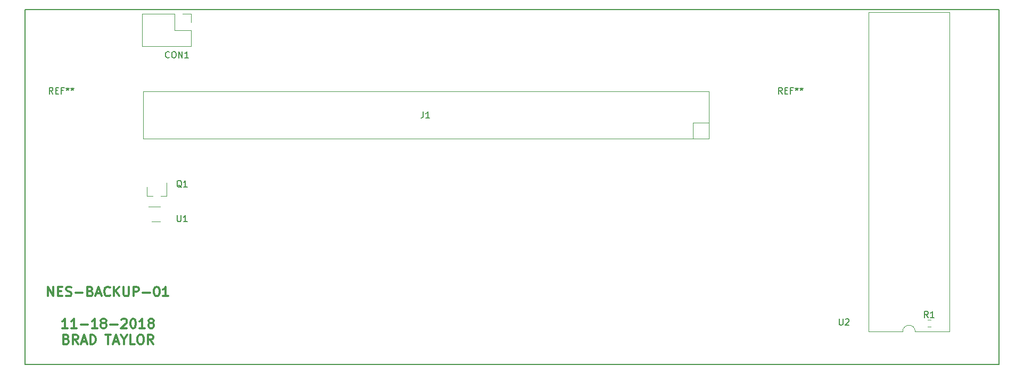
<source format=gbr>
G04 #@! TF.FileFunction,Legend,Top*
%FSLAX46Y46*%
G04 Gerber Fmt 4.6, Leading zero omitted, Abs format (unit mm)*
G04 Created by KiCad (PCBNEW 4.0.4-stable) date 11/18/18 17:44:53*
%MOMM*%
%LPD*%
G01*
G04 APERTURE LIST*
%ADD10C,0.100000*%
%ADD11C,0.300000*%
%ADD12C,0.150000*%
%ADD13C,0.120000*%
G04 APERTURE END LIST*
D10*
D11*
X73894286Y-115483571D02*
X73894286Y-113983571D01*
X74751429Y-115483571D01*
X74751429Y-113983571D01*
X75465715Y-114697857D02*
X75965715Y-114697857D01*
X76180001Y-115483571D02*
X75465715Y-115483571D01*
X75465715Y-113983571D01*
X76180001Y-113983571D01*
X76751429Y-115412143D02*
X76965715Y-115483571D01*
X77322858Y-115483571D01*
X77465715Y-115412143D01*
X77537144Y-115340714D01*
X77608572Y-115197857D01*
X77608572Y-115055000D01*
X77537144Y-114912143D01*
X77465715Y-114840714D01*
X77322858Y-114769286D01*
X77037144Y-114697857D01*
X76894286Y-114626429D01*
X76822858Y-114555000D01*
X76751429Y-114412143D01*
X76751429Y-114269286D01*
X76822858Y-114126429D01*
X76894286Y-114055000D01*
X77037144Y-113983571D01*
X77394286Y-113983571D01*
X77608572Y-114055000D01*
X78251429Y-114912143D02*
X79394286Y-114912143D01*
X80608572Y-114697857D02*
X80822858Y-114769286D01*
X80894286Y-114840714D01*
X80965715Y-114983571D01*
X80965715Y-115197857D01*
X80894286Y-115340714D01*
X80822858Y-115412143D01*
X80680000Y-115483571D01*
X80108572Y-115483571D01*
X80108572Y-113983571D01*
X80608572Y-113983571D01*
X80751429Y-114055000D01*
X80822858Y-114126429D01*
X80894286Y-114269286D01*
X80894286Y-114412143D01*
X80822858Y-114555000D01*
X80751429Y-114626429D01*
X80608572Y-114697857D01*
X80108572Y-114697857D01*
X81537143Y-115055000D02*
X82251429Y-115055000D01*
X81394286Y-115483571D02*
X81894286Y-113983571D01*
X82394286Y-115483571D01*
X83751429Y-115340714D02*
X83680000Y-115412143D01*
X83465714Y-115483571D01*
X83322857Y-115483571D01*
X83108572Y-115412143D01*
X82965714Y-115269286D01*
X82894286Y-115126429D01*
X82822857Y-114840714D01*
X82822857Y-114626429D01*
X82894286Y-114340714D01*
X82965714Y-114197857D01*
X83108572Y-114055000D01*
X83322857Y-113983571D01*
X83465714Y-113983571D01*
X83680000Y-114055000D01*
X83751429Y-114126429D01*
X84394286Y-115483571D02*
X84394286Y-113983571D01*
X85251429Y-115483571D02*
X84608572Y-114626429D01*
X85251429Y-113983571D02*
X84394286Y-114840714D01*
X85894286Y-113983571D02*
X85894286Y-115197857D01*
X85965714Y-115340714D01*
X86037143Y-115412143D01*
X86180000Y-115483571D01*
X86465714Y-115483571D01*
X86608572Y-115412143D01*
X86680000Y-115340714D01*
X86751429Y-115197857D01*
X86751429Y-113983571D01*
X87465715Y-115483571D02*
X87465715Y-113983571D01*
X88037143Y-113983571D01*
X88180001Y-114055000D01*
X88251429Y-114126429D01*
X88322858Y-114269286D01*
X88322858Y-114483571D01*
X88251429Y-114626429D01*
X88180001Y-114697857D01*
X88037143Y-114769286D01*
X87465715Y-114769286D01*
X88965715Y-114912143D02*
X90108572Y-114912143D01*
X91108572Y-113983571D02*
X91251429Y-113983571D01*
X91394286Y-114055000D01*
X91465715Y-114126429D01*
X91537144Y-114269286D01*
X91608572Y-114555000D01*
X91608572Y-114912143D01*
X91537144Y-115197857D01*
X91465715Y-115340714D01*
X91394286Y-115412143D01*
X91251429Y-115483571D01*
X91108572Y-115483571D01*
X90965715Y-115412143D01*
X90894286Y-115340714D01*
X90822858Y-115197857D01*
X90751429Y-114912143D01*
X90751429Y-114555000D01*
X90822858Y-114269286D01*
X90894286Y-114126429D01*
X90965715Y-114055000D01*
X91108572Y-113983571D01*
X93037143Y-115483571D02*
X92180000Y-115483571D01*
X92608572Y-115483571D02*
X92608572Y-113983571D01*
X92465715Y-114197857D01*
X92322857Y-114340714D01*
X92180000Y-114412143D01*
X77001430Y-120583571D02*
X76144287Y-120583571D01*
X76572859Y-120583571D02*
X76572859Y-119083571D01*
X76430002Y-119297857D01*
X76287144Y-119440714D01*
X76144287Y-119512143D01*
X78430001Y-120583571D02*
X77572858Y-120583571D01*
X78001430Y-120583571D02*
X78001430Y-119083571D01*
X77858573Y-119297857D01*
X77715715Y-119440714D01*
X77572858Y-119512143D01*
X79072858Y-120012143D02*
X80215715Y-120012143D01*
X81715715Y-120583571D02*
X80858572Y-120583571D01*
X81287144Y-120583571D02*
X81287144Y-119083571D01*
X81144287Y-119297857D01*
X81001429Y-119440714D01*
X80858572Y-119512143D01*
X82572858Y-119726429D02*
X82430000Y-119655000D01*
X82358572Y-119583571D01*
X82287143Y-119440714D01*
X82287143Y-119369286D01*
X82358572Y-119226429D01*
X82430000Y-119155000D01*
X82572858Y-119083571D01*
X82858572Y-119083571D01*
X83001429Y-119155000D01*
X83072858Y-119226429D01*
X83144286Y-119369286D01*
X83144286Y-119440714D01*
X83072858Y-119583571D01*
X83001429Y-119655000D01*
X82858572Y-119726429D01*
X82572858Y-119726429D01*
X82430000Y-119797857D01*
X82358572Y-119869286D01*
X82287143Y-120012143D01*
X82287143Y-120297857D01*
X82358572Y-120440714D01*
X82430000Y-120512143D01*
X82572858Y-120583571D01*
X82858572Y-120583571D01*
X83001429Y-120512143D01*
X83072858Y-120440714D01*
X83144286Y-120297857D01*
X83144286Y-120012143D01*
X83072858Y-119869286D01*
X83001429Y-119797857D01*
X82858572Y-119726429D01*
X83787143Y-120012143D02*
X84930000Y-120012143D01*
X85572857Y-119226429D02*
X85644286Y-119155000D01*
X85787143Y-119083571D01*
X86144286Y-119083571D01*
X86287143Y-119155000D01*
X86358572Y-119226429D01*
X86430000Y-119369286D01*
X86430000Y-119512143D01*
X86358572Y-119726429D01*
X85501429Y-120583571D01*
X86430000Y-120583571D01*
X87358571Y-119083571D02*
X87501428Y-119083571D01*
X87644285Y-119155000D01*
X87715714Y-119226429D01*
X87787143Y-119369286D01*
X87858571Y-119655000D01*
X87858571Y-120012143D01*
X87787143Y-120297857D01*
X87715714Y-120440714D01*
X87644285Y-120512143D01*
X87501428Y-120583571D01*
X87358571Y-120583571D01*
X87215714Y-120512143D01*
X87144285Y-120440714D01*
X87072857Y-120297857D01*
X87001428Y-120012143D01*
X87001428Y-119655000D01*
X87072857Y-119369286D01*
X87144285Y-119226429D01*
X87215714Y-119155000D01*
X87358571Y-119083571D01*
X89287142Y-120583571D02*
X88429999Y-120583571D01*
X88858571Y-120583571D02*
X88858571Y-119083571D01*
X88715714Y-119297857D01*
X88572856Y-119440714D01*
X88429999Y-119512143D01*
X90144285Y-119726429D02*
X90001427Y-119655000D01*
X89929999Y-119583571D01*
X89858570Y-119440714D01*
X89858570Y-119369286D01*
X89929999Y-119226429D01*
X90001427Y-119155000D01*
X90144285Y-119083571D01*
X90429999Y-119083571D01*
X90572856Y-119155000D01*
X90644285Y-119226429D01*
X90715713Y-119369286D01*
X90715713Y-119440714D01*
X90644285Y-119583571D01*
X90572856Y-119655000D01*
X90429999Y-119726429D01*
X90144285Y-119726429D01*
X90001427Y-119797857D01*
X89929999Y-119869286D01*
X89858570Y-120012143D01*
X89858570Y-120297857D01*
X89929999Y-120440714D01*
X90001427Y-120512143D01*
X90144285Y-120583571D01*
X90429999Y-120583571D01*
X90572856Y-120512143D01*
X90644285Y-120440714D01*
X90715713Y-120297857D01*
X90715713Y-120012143D01*
X90644285Y-119869286D01*
X90572856Y-119797857D01*
X90429999Y-119726429D01*
X76822858Y-122347857D02*
X77037144Y-122419286D01*
X77108572Y-122490714D01*
X77180001Y-122633571D01*
X77180001Y-122847857D01*
X77108572Y-122990714D01*
X77037144Y-123062143D01*
X76894286Y-123133571D01*
X76322858Y-123133571D01*
X76322858Y-121633571D01*
X76822858Y-121633571D01*
X76965715Y-121705000D01*
X77037144Y-121776429D01*
X77108572Y-121919286D01*
X77108572Y-122062143D01*
X77037144Y-122205000D01*
X76965715Y-122276429D01*
X76822858Y-122347857D01*
X76322858Y-122347857D01*
X78680001Y-123133571D02*
X78180001Y-122419286D01*
X77822858Y-123133571D02*
X77822858Y-121633571D01*
X78394286Y-121633571D01*
X78537144Y-121705000D01*
X78608572Y-121776429D01*
X78680001Y-121919286D01*
X78680001Y-122133571D01*
X78608572Y-122276429D01*
X78537144Y-122347857D01*
X78394286Y-122419286D01*
X77822858Y-122419286D01*
X79251429Y-122705000D02*
X79965715Y-122705000D01*
X79108572Y-123133571D02*
X79608572Y-121633571D01*
X80108572Y-123133571D01*
X80608572Y-123133571D02*
X80608572Y-121633571D01*
X80965715Y-121633571D01*
X81180000Y-121705000D01*
X81322858Y-121847857D01*
X81394286Y-121990714D01*
X81465715Y-122276429D01*
X81465715Y-122490714D01*
X81394286Y-122776429D01*
X81322858Y-122919286D01*
X81180000Y-123062143D01*
X80965715Y-123133571D01*
X80608572Y-123133571D01*
X83037143Y-121633571D02*
X83894286Y-121633571D01*
X83465715Y-123133571D02*
X83465715Y-121633571D01*
X84322857Y-122705000D02*
X85037143Y-122705000D01*
X84180000Y-123133571D02*
X84680000Y-121633571D01*
X85180000Y-123133571D01*
X85965714Y-122419286D02*
X85965714Y-123133571D01*
X85465714Y-121633571D02*
X85965714Y-122419286D01*
X86465714Y-121633571D01*
X87680000Y-123133571D02*
X86965714Y-123133571D01*
X86965714Y-121633571D01*
X88465714Y-121633571D02*
X88751428Y-121633571D01*
X88894286Y-121705000D01*
X89037143Y-121847857D01*
X89108571Y-122133571D01*
X89108571Y-122633571D01*
X89037143Y-122919286D01*
X88894286Y-123062143D01*
X88751428Y-123133571D01*
X88465714Y-123133571D01*
X88322857Y-123062143D01*
X88180000Y-122919286D01*
X88108571Y-122633571D01*
X88108571Y-122133571D01*
X88180000Y-121847857D01*
X88322857Y-121705000D01*
X88465714Y-121633571D01*
X90608572Y-123133571D02*
X90108572Y-122419286D01*
X89751429Y-123133571D02*
X89751429Y-121633571D01*
X90322857Y-121633571D01*
X90465715Y-121705000D01*
X90537143Y-121776429D01*
X90608572Y-121919286D01*
X90608572Y-122133571D01*
X90537143Y-122276429D01*
X90465715Y-122347857D01*
X90322857Y-122419286D01*
X89751429Y-122419286D01*
D12*
X225200000Y-69800000D02*
X225200000Y-126400000D01*
X70200000Y-69800000D02*
X225200000Y-69800000D01*
X70200000Y-126400000D02*
X70200000Y-69800000D01*
X225200000Y-126400000D02*
X70200000Y-126400000D01*
D13*
X88991350Y-82857334D02*
X88991350Y-90357334D01*
X178991350Y-82857334D02*
X88991350Y-82857334D01*
X178991350Y-90357334D02*
X88991350Y-90357334D01*
X176491350Y-87857334D02*
X176491350Y-90357334D01*
X176491350Y-87857334D02*
X178991350Y-87857334D01*
X178991350Y-82857334D02*
X178991350Y-90357334D01*
X88881350Y-70477334D02*
X88881350Y-75677334D01*
X94021350Y-70477334D02*
X88881350Y-70477334D01*
X96621350Y-75677334D02*
X88881350Y-75677334D01*
X94021350Y-70477334D02*
X94021350Y-73077334D01*
X94021350Y-73077334D02*
X96621350Y-73077334D01*
X96621350Y-73077334D02*
X96621350Y-75677334D01*
X95291350Y-70477334D02*
X96621350Y-70477334D01*
X96621350Y-70477334D02*
X96621350Y-71807334D01*
X89611350Y-99567334D02*
X90541350Y-99567334D01*
X92771350Y-99567334D02*
X91841350Y-99567334D01*
X92771350Y-99567334D02*
X92771350Y-97407334D01*
X89611350Y-99567334D02*
X89611350Y-98107334D01*
X214300000Y-119270000D02*
X213800000Y-119270000D01*
X213800000Y-120330000D02*
X214300000Y-120330000D01*
X91741350Y-101247334D02*
X89841350Y-101247334D01*
X90341350Y-103567334D02*
X91741350Y-103567334D01*
X209846350Y-121137334D02*
G75*
G02X211846350Y-121137334I1000000J0D01*
G01*
X211846350Y-121137334D02*
X217306350Y-121137334D01*
X217306350Y-121137334D02*
X217306350Y-70217334D01*
X217306350Y-70217334D02*
X204386350Y-70217334D01*
X204386350Y-70217334D02*
X204386350Y-121137334D01*
X204386350Y-121137334D02*
X209846350Y-121137334D01*
D12*
X133576737Y-86087655D02*
X133576737Y-86801941D01*
X133529117Y-86944798D01*
X133433879Y-87040036D01*
X133291022Y-87087655D01*
X133195784Y-87087655D01*
X134576737Y-87087655D02*
X134005308Y-87087655D01*
X134291022Y-87087655D02*
X134291022Y-86087655D01*
X134195784Y-86230512D01*
X134100546Y-86325750D01*
X134005308Y-86373369D01*
X93185715Y-77407143D02*
X93138096Y-77454762D01*
X92995239Y-77502381D01*
X92900001Y-77502381D01*
X92757143Y-77454762D01*
X92661905Y-77359524D01*
X92614286Y-77264286D01*
X92566667Y-77073810D01*
X92566667Y-76930952D01*
X92614286Y-76740476D01*
X92661905Y-76645238D01*
X92757143Y-76550000D01*
X92900001Y-76502381D01*
X92995239Y-76502381D01*
X93138096Y-76550000D01*
X93185715Y-76597619D01*
X93804762Y-76502381D02*
X93995239Y-76502381D01*
X94090477Y-76550000D01*
X94185715Y-76645238D01*
X94233334Y-76835714D01*
X94233334Y-77169048D01*
X94185715Y-77359524D01*
X94090477Y-77454762D01*
X93995239Y-77502381D01*
X93804762Y-77502381D01*
X93709524Y-77454762D01*
X93614286Y-77359524D01*
X93566667Y-77169048D01*
X93566667Y-76835714D01*
X93614286Y-76645238D01*
X93709524Y-76550000D01*
X93804762Y-76502381D01*
X94661905Y-77502381D02*
X94661905Y-76502381D01*
X95233334Y-77502381D01*
X95233334Y-76502381D01*
X96233334Y-77502381D02*
X95661905Y-77502381D01*
X95947619Y-77502381D02*
X95947619Y-76502381D01*
X95852381Y-76645238D01*
X95757143Y-76740476D01*
X95661905Y-76788095D01*
X95124762Y-98147619D02*
X95029524Y-98100000D01*
X94934286Y-98004762D01*
X94791429Y-97861905D01*
X94696190Y-97814286D01*
X94600952Y-97814286D01*
X94648571Y-98052381D02*
X94553333Y-98004762D01*
X94458095Y-97909524D01*
X94410476Y-97719048D01*
X94410476Y-97385714D01*
X94458095Y-97195238D01*
X94553333Y-97100000D01*
X94648571Y-97052381D01*
X94839048Y-97052381D01*
X94934286Y-97100000D01*
X95029524Y-97195238D01*
X95077143Y-97385714D01*
X95077143Y-97719048D01*
X95029524Y-97909524D01*
X94934286Y-98004762D01*
X94839048Y-98052381D01*
X94648571Y-98052381D01*
X96029524Y-98052381D02*
X95458095Y-98052381D01*
X95743809Y-98052381D02*
X95743809Y-97052381D01*
X95648571Y-97195238D01*
X95553333Y-97290476D01*
X95458095Y-97338095D01*
X213883334Y-118902381D02*
X213550000Y-118426190D01*
X213311905Y-118902381D02*
X213311905Y-117902381D01*
X213692858Y-117902381D01*
X213788096Y-117950000D01*
X213835715Y-117997619D01*
X213883334Y-118092857D01*
X213883334Y-118235714D01*
X213835715Y-118330952D01*
X213788096Y-118378571D01*
X213692858Y-118426190D01*
X213311905Y-118426190D01*
X214835715Y-118902381D02*
X214264286Y-118902381D01*
X214550000Y-118902381D02*
X214550000Y-117902381D01*
X214454762Y-118045238D01*
X214359524Y-118140476D01*
X214264286Y-118188095D01*
X94458095Y-102612381D02*
X94458095Y-103421905D01*
X94505714Y-103517143D01*
X94553333Y-103564762D01*
X94648571Y-103612381D01*
X94839048Y-103612381D01*
X94934286Y-103564762D01*
X94981905Y-103517143D01*
X95029524Y-103421905D01*
X95029524Y-102612381D01*
X96029524Y-103612381D02*
X95458095Y-103612381D01*
X95743809Y-103612381D02*
X95743809Y-102612381D01*
X95648571Y-102755238D01*
X95553333Y-102850476D01*
X95458095Y-102898095D01*
X199754445Y-119084715D02*
X199754445Y-119894239D01*
X199802064Y-119989477D01*
X199849683Y-120037096D01*
X199944921Y-120084715D01*
X200135398Y-120084715D01*
X200230636Y-120037096D01*
X200278255Y-119989477D01*
X200325874Y-119894239D01*
X200325874Y-119084715D01*
X200754445Y-119179953D02*
X200802064Y-119132334D01*
X200897302Y-119084715D01*
X201135398Y-119084715D01*
X201230636Y-119132334D01*
X201278255Y-119179953D01*
X201325874Y-119275191D01*
X201325874Y-119370429D01*
X201278255Y-119513286D01*
X200706826Y-120084715D01*
X201325874Y-120084715D01*
X190666667Y-83242381D02*
X190333333Y-82766190D01*
X190095238Y-83242381D02*
X190095238Y-82242381D01*
X190476191Y-82242381D01*
X190571429Y-82290000D01*
X190619048Y-82337619D01*
X190666667Y-82432857D01*
X190666667Y-82575714D01*
X190619048Y-82670952D01*
X190571429Y-82718571D01*
X190476191Y-82766190D01*
X190095238Y-82766190D01*
X191095238Y-82718571D02*
X191428572Y-82718571D01*
X191571429Y-83242381D02*
X191095238Y-83242381D01*
X191095238Y-82242381D01*
X191571429Y-82242381D01*
X192333334Y-82718571D02*
X192000000Y-82718571D01*
X192000000Y-83242381D02*
X192000000Y-82242381D01*
X192476191Y-82242381D01*
X193000000Y-82242381D02*
X193000000Y-82480476D01*
X192761905Y-82385238D02*
X193000000Y-82480476D01*
X193238096Y-82385238D01*
X192857143Y-82670952D02*
X193000000Y-82480476D01*
X193142858Y-82670952D01*
X193761905Y-82242381D02*
X193761905Y-82480476D01*
X193523810Y-82385238D02*
X193761905Y-82480476D01*
X194000001Y-82385238D01*
X193619048Y-82670952D02*
X193761905Y-82480476D01*
X193904763Y-82670952D01*
X74666667Y-83242381D02*
X74333333Y-82766190D01*
X74095238Y-83242381D02*
X74095238Y-82242381D01*
X74476191Y-82242381D01*
X74571429Y-82290000D01*
X74619048Y-82337619D01*
X74666667Y-82432857D01*
X74666667Y-82575714D01*
X74619048Y-82670952D01*
X74571429Y-82718571D01*
X74476191Y-82766190D01*
X74095238Y-82766190D01*
X75095238Y-82718571D02*
X75428572Y-82718571D01*
X75571429Y-83242381D02*
X75095238Y-83242381D01*
X75095238Y-82242381D01*
X75571429Y-82242381D01*
X76333334Y-82718571D02*
X76000000Y-82718571D01*
X76000000Y-83242381D02*
X76000000Y-82242381D01*
X76476191Y-82242381D01*
X77000000Y-82242381D02*
X77000000Y-82480476D01*
X76761905Y-82385238D02*
X77000000Y-82480476D01*
X77238096Y-82385238D01*
X76857143Y-82670952D02*
X77000000Y-82480476D01*
X77142858Y-82670952D01*
X77761905Y-82242381D02*
X77761905Y-82480476D01*
X77523810Y-82385238D02*
X77761905Y-82480476D01*
X78000001Y-82385238D01*
X77619048Y-82670952D02*
X77761905Y-82480476D01*
X77904763Y-82670952D01*
M02*

</source>
